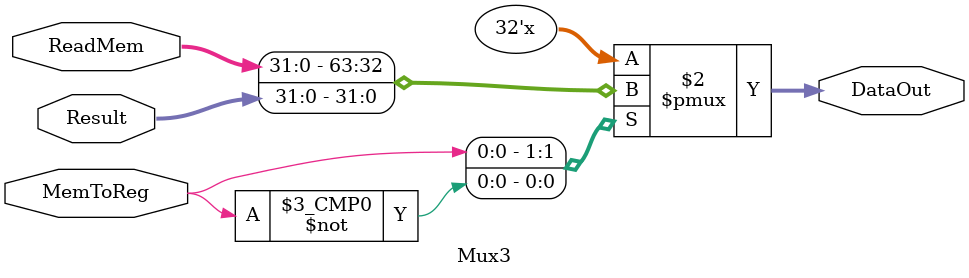
<source format=v>

module Mux3
(
	//Entradas
	input wire MemToReg,         //Permite guardar resultados en registro
	input wire [31:0] ReadMem,   //Dato de la memoria
	input wire [31:0] Result,    //Resultado de la operación
	
	//Salida
	output reg [31:0] DataOut    //Dato de salida
);

always @(*) begin
	case (MemToReg)
		1'b1: begin
			DataOut = ReadMem;
		end
		1'b0: begin
			DataOut = Result;
		end
	endcase
end

endmodule

</source>
